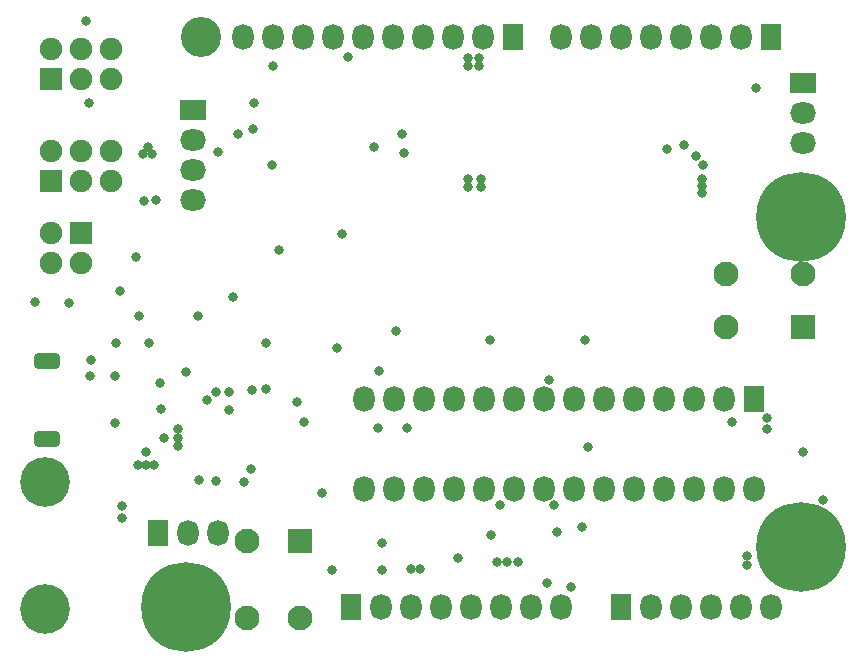
<source format=gbs>
G04*
G04 #@! TF.GenerationSoftware,Altium Limited,Altium Designer,20.1.14 (287)*
G04*
G04 Layer_Color=16711935*
%FSLAX44Y44*%
%MOMM*%
G71*
G04*
G04 #@! TF.SameCoordinates,62FEBE6E-F3EC-4242-810F-CB492347D0CA*
G04*
G04*
G04 #@! TF.FilePolarity,Negative*
G04*
G01*
G75*
%ADD48R,2.1000X2.1000*%
%ADD58C,3.4000*%
%ADD59C,4.2000*%
%ADD60O,1.8000X2.2000*%
%ADD61R,1.8000X2.2000*%
%ADD62C,7.6000*%
%ADD63C,1.9000*%
%ADD64R,1.9000X1.9000*%
%ADD65R,2.2000X1.8000*%
%ADD66O,2.2000X1.8000*%
%ADD67C,2.1000*%
%ADD68R,2.1000X2.1000*%
G04:AMPARAMS|DCode=69|XSize=2.2mm|YSize=1.4mm|CornerRadius=0.4mm|HoleSize=0mm|Usage=FLASHONLY|Rotation=0.000|XOffset=0mm|YOffset=0mm|HoleType=Round|Shape=RoundedRectangle|*
%AMROUNDEDRECTD69*
21,1,2.2000,0.6000,0,0,0.0*
21,1,1.4000,1.4000,0,0,0.0*
1,1,0.8000,0.7000,-0.3000*
1,1,0.8000,-0.7000,-0.3000*
1,1,0.8000,-0.7000,0.3000*
1,1,0.8000,0.7000,0.3000*
%
%ADD69ROUNDEDRECTD69*%
%ADD70C,0.8000*%
D48*
X236500Y81500D02*
D03*
D58*
X152400Y508000D02*
D03*
D59*
X21000Y24000D02*
D03*
Y131000D02*
D03*
D60*
X187960Y508000D02*
D03*
X213360D02*
D03*
X238760D02*
D03*
X264160D02*
D03*
X289560D02*
D03*
X314960D02*
D03*
X340360D02*
D03*
X365760D02*
D03*
X391160D02*
D03*
X457200Y25400D02*
D03*
X431800D02*
D03*
X406400D02*
D03*
X381000D02*
D03*
X355600D02*
D03*
X330200D02*
D03*
X304800D02*
D03*
X457200Y508000D02*
D03*
X482600D02*
D03*
X508000D02*
D03*
X533400D02*
D03*
X558800D02*
D03*
X584200D02*
D03*
X609600D02*
D03*
X533400Y25400D02*
D03*
X558800D02*
D03*
X584200D02*
D03*
X609600D02*
D03*
X635000D02*
D03*
X141600Y88000D02*
D03*
X167000D02*
D03*
X290450Y125730D02*
D03*
X315850D02*
D03*
X341250D02*
D03*
X366650D02*
D03*
X392050D02*
D03*
X417450D02*
D03*
X442850D02*
D03*
X468250D02*
D03*
X493650D02*
D03*
X519050D02*
D03*
X544450D02*
D03*
X569850D02*
D03*
X595250D02*
D03*
X290450Y201930D02*
D03*
X315850D02*
D03*
X341250D02*
D03*
X366650D02*
D03*
X392050D02*
D03*
X417450D02*
D03*
X442850D02*
D03*
X468250D02*
D03*
X493650D02*
D03*
X519050D02*
D03*
X544450D02*
D03*
X569850D02*
D03*
X595250D02*
D03*
X620650Y125730D02*
D03*
D61*
X416560Y508000D02*
D03*
X279400Y25400D02*
D03*
X635000Y508000D02*
D03*
X508000Y25400D02*
D03*
X116200Y88000D02*
D03*
X620650Y201930D02*
D03*
D62*
X139700Y25400D02*
D03*
X660400Y76200D02*
D03*
Y355600D02*
D03*
D63*
X76200Y497840D02*
D03*
X50800D02*
D03*
X25400D02*
D03*
X76200Y472440D02*
D03*
X50800D02*
D03*
X76200Y411480D02*
D03*
X50800D02*
D03*
X25400D02*
D03*
X76200Y386080D02*
D03*
X50800D02*
D03*
X25400Y316600D02*
D03*
X50800D02*
D03*
X25400Y342000D02*
D03*
D64*
Y472440D02*
D03*
Y386080D02*
D03*
X50800Y342000D02*
D03*
D65*
X146000Y446000D02*
D03*
X662000Y469000D02*
D03*
D66*
X146000Y420600D02*
D03*
Y395200D02*
D03*
Y369800D02*
D03*
X662000Y443600D02*
D03*
Y418200D02*
D03*
D67*
X597500Y262500D02*
D03*
Y307500D02*
D03*
X662500D02*
D03*
X236500Y16500D02*
D03*
X191500D02*
D03*
Y81500D02*
D03*
D68*
X662500Y262500D02*
D03*
D69*
X21995Y234000D02*
D03*
Y168000D02*
D03*
D70*
X299000Y415000D02*
D03*
X55750Y522000D02*
D03*
X106000Y157000D02*
D03*
X113000Y146000D02*
D03*
X106000D02*
D03*
X99000D02*
D03*
X121000Y169000D02*
D03*
X133000Y162000D02*
D03*
Y169000D02*
D03*
X388000Y490000D02*
D03*
X379000D02*
D03*
X388000Y484000D02*
D03*
X379000D02*
D03*
X267780Y245280D02*
D03*
X390000Y388000D02*
D03*
Y381000D02*
D03*
X379000Y388000D02*
D03*
X318000Y259000D02*
D03*
X577000Y376000D02*
D03*
Y382000D02*
D03*
X615000Y61000D02*
D03*
Y69000D02*
D03*
X679000Y116000D02*
D03*
X662061Y157000D02*
D03*
X480000Y161000D02*
D03*
X445250Y46000D02*
D03*
X403000Y64000D02*
D03*
X412000D02*
D03*
X338344Y57665D02*
D03*
X108000Y415000D02*
D03*
X104000Y409000D02*
D03*
X151000Y133000D02*
D03*
X571594Y407594D02*
D03*
X547000Y413000D02*
D03*
X578000Y400000D02*
D03*
X577000Y388000D02*
D03*
X562000Y417000D02*
D03*
X323000Y426000D02*
D03*
X213000Y400000D02*
D03*
X325000Y410000D02*
D03*
X379000Y381000D02*
D03*
X214000Y484000D02*
D03*
X623000Y465000D02*
D03*
X198000Y452000D02*
D03*
X197000Y430000D02*
D03*
X183750Y426000D02*
D03*
X167000Y411000D02*
D03*
X602000Y182000D02*
D03*
X277000Y491250D02*
D03*
X176000Y192000D02*
D03*
Y208000D02*
D03*
X86000Y101000D02*
D03*
X421000Y64000D02*
D03*
X58000Y452000D02*
D03*
X632000Y176000D02*
D03*
Y186000D02*
D03*
X306000Y80000D02*
D03*
X255000Y122000D02*
D03*
X370006Y66883D02*
D03*
X41160Y283000D02*
D03*
X12000Y284000D02*
D03*
X86000Y111000D02*
D03*
X58621Y221133D02*
D03*
X60000Y234750D02*
D03*
X196000Y209000D02*
D03*
X80000Y221327D02*
D03*
X208000Y249250D02*
D03*
X452000Y111830D02*
D03*
X405648D02*
D03*
X189500Y131250D02*
D03*
X133000Y176000D02*
D03*
X84000Y293000D02*
D03*
X447500Y217750D02*
D03*
X478000Y252000D02*
D03*
X397750Y251750D02*
D03*
X108500Y249500D02*
D03*
X140000Y224160D02*
D03*
X150000Y272250D02*
D03*
X234000Y199500D02*
D03*
X179750Y288000D02*
D03*
X219000Y328250D02*
D03*
X272000Y341750D02*
D03*
X453830Y88840D02*
D03*
X398000Y86250D02*
D03*
X195000Y142500D02*
D03*
X165250Y132000D02*
D03*
X80750Y249500D02*
D03*
X79750Y181750D02*
D03*
X111000Y408750D02*
D03*
X263250Y57000D02*
D03*
X306000D02*
D03*
X330750Y57750D02*
D03*
X465750Y42500D02*
D03*
X97814Y321879D02*
D03*
X104750Y369250D02*
D03*
X100160Y272000D02*
D03*
X114750Y369750D02*
D03*
X240000Y182000D02*
D03*
X475250Y93500D02*
D03*
X207840Y210340D02*
D03*
X165500Y207250D02*
D03*
X158000Y201250D02*
D03*
X118250Y215000D02*
D03*
X118500Y193000D02*
D03*
X327500Y177000D02*
D03*
X302750Y177250D02*
D03*
X303000Y225750D02*
D03*
M02*

</source>
